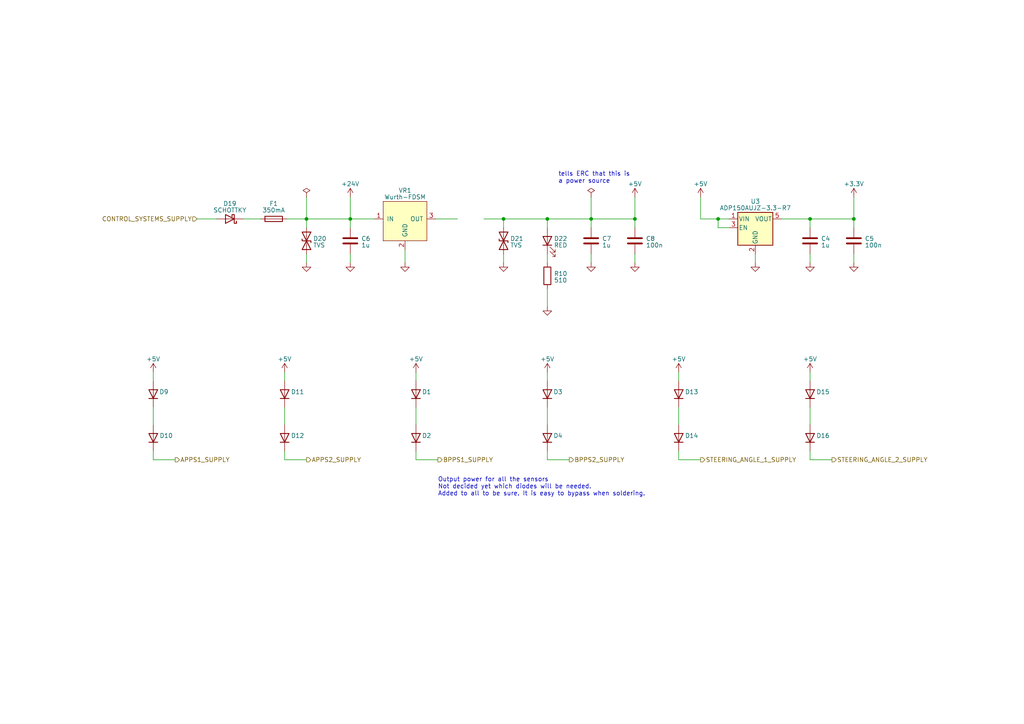
<source format=kicad_sch>
(kicad_sch (version 20230121) (generator eeschema)
  (paper "A4")
  (title_block (title "DRIVER CONTROL UNIT (DCU)") (rev "2.0") (company "KTH FORMULA STUDENT") (comment 1 "DeV17") (comment 2 "JOACHIM LARSSON") (comment 3 "JOACLA@KTH.SE"))
  (lib_symbols
    (symbol "Device:C" (pin_numbers hide) (pin_names (offset 0.254))
      (property "Reference" "C" (at 0.635 2.54 0))
      (property "Value" "C" (at 0.635 -2.54 0))
      (symbol "C_0_1"
        (polyline (pts (xy -2.032 -0.762) (xy 2.032 -0.762)) (stroke (width 0.508)))
        (polyline (pts (xy -2.032 0.762) (xy 2.032 0.762)) (stroke (width 0.508)))
      )
      (symbol "C_1_1"
        (pin passive line (at 0 3.81 270) (length 2.794) (name "~") (number "1"))
        (pin passive line (at 0 -3.81 90) (length 2.794) (name "~") (number "2"))
      )
    )
    (symbol "Device:D" (pin_numbers hide) (pin_names (offset 1.016) hide)
      (property "Reference" "D" (at 0 2.54 0))
      (property "Value" "D" (at 0 -2.54 0))
      (symbol "D_0_1"
        (polyline (pts (xy -1.27 1.27) (xy -1.27 -1.27)) (stroke (width 0.254)))
        (polyline (pts (xy 1.27 0) (xy -1.27 0)))
        (polyline (pts (xy 1.27 1.27) (xy 1.27 -1.27) (xy -1.27 0) (xy 1.27 1.27)) (stroke (width 0.254)))
      )
      (symbol "D_1_1"
        (pin passive line (at -3.81 0 0) (length 2.54) (name "K") (number "1"))
        (pin passive line (at 3.81 0 180) (length 2.54) (name "A") (number "2"))
      )
    )
    (symbol "Device:D_Schottky" (pin_numbers hide) (pin_names (offset 1.016) hide)
      (property "Reference" "D" (at 0 2.54 0))
      (property "Value" "D_Schottky" (at 0 -2.54 0))
      (symbol "D_Schottky_0_1"
        (polyline (pts (xy 1.27 0) (xy -1.27 0)))
        (polyline (pts (xy 1.27 1.27) (xy 1.27 -1.27) (xy -1.27 0) (xy 1.27 1.27)) (stroke (width 0.254)))
        (polyline (pts (xy -1.905 0.635) (xy -1.905 1.27) (xy -1.27 1.27) (xy -1.27 -1.27) (xy -0.635 -1.27) (xy -0.635 -0.635)) (stroke (width 0.254)))
      )
      (symbol "D_Schottky_1_1"
        (pin passive line (at -3.81 0 0) (length 2.54) (name "K") (number "1"))
        (pin passive line (at 3.81 0 180) (length 2.54) (name "A") (number "2"))
      )
    )
    (symbol "Device:D_TVS" (pin_numbers hide) (pin_names (offset 1.016) hide)
      (property "Reference" "D" (at 0 2.54 0))
      (property "Value" "D_TVS" (at 0 -2.54 0))
      (symbol "D_TVS_0_1"
        (polyline (pts (xy 1.27 0) (xy -1.27 0)))
        (polyline (pts (xy 0.508 1.27) (xy 0 1.27) (xy 0 -1.27) (xy -0.508 -1.27)) (stroke (width 0.254)))
        (polyline (pts (xy -2.54 1.27) (xy -2.54 -1.27) (xy 2.54 1.27) (xy 2.54 -1.27) (xy -2.54 1.27)) (stroke (width 0.254)))
      )
      (symbol "D_TVS_1_1"
        (pin passive line (at -3.81 0 0) (length 2.54) (name "A1") (number "1"))
        (pin passive line (at 3.81 0 180) (length 2.54) (name "A2") (number "2"))
      )
    )
    (symbol "Device:Fuse" (pin_numbers hide) (pin_names (offset 0))
      (property "Reference" "F" (at 2.032 0 90))
      (property "Value" "Fuse" (at -1.905 0 90))
      (symbol "Fuse_0_1"
        (rectangle (start -0.762 -2.54) (end 0.762 2.54) (stroke (width 0.254)))
        (polyline (pts (xy 0 2.54) (xy 0 -2.54)))
      )
      (symbol "Fuse_1_1"
        (pin passive line (at 0 3.81 270) (length 1.27) (name "~") (number "1"))
        (pin passive line (at 0 -3.81 90) (length 1.27) (name "~") (number "2"))
      )
    )
    (symbol "Device:LED" (pin_numbers hide) (pin_names (offset 1.016) hide)
      (property "Reference" "D" (at 0 2.54 0))
      (property "Value" "LED" (at 0 -2.54 0))
      (symbol "LED_0_1"
        (polyline (pts (xy -1.27 -1.27) (xy -1.27 1.27)) (stroke (width 0.254)))
        (polyline (pts (xy -1.27 0) (xy 1.27 0)))
        (polyline (pts (xy 1.27 -1.27) (xy 1.27 1.27) (xy -1.27 0) (xy 1.27 -1.27)) (stroke (width 0.254)))
        (polyline (pts (xy -3.048 -0.762) (xy -4.572 -2.286) (xy -3.81 -2.286) (xy -4.572 -2.286) (xy -4.572 -1.524)))
        (polyline (pts (xy -1.778 -0.762) (xy -3.302 -2.286) (xy -2.54 -2.286) (xy -3.302 -2.286) (xy -3.302 -1.524)))
      )
      (symbol "LED_1_1"
        (pin passive line (at -3.81 0 0) (length 2.54) (name "K") (number "1"))
        (pin passive line (at 3.81 0 180) (length 2.54) (name "A") (number "2"))
      )
    )
    (symbol "Device:R" (pin_numbers hide) (pin_names (offset 0))
      (property "Reference" "R" (at 2.032 0 90))
      (property "Value" "R" (at 0 0 90))
      (symbol "R_0_1"
        (rectangle (start -1.016 -2.54) (end 1.016 2.54) (stroke (width 0.254)))
      )
      (symbol "R_1_1"
        (pin passive line (at 0 3.81 270) (length 1.27) (name "~") (number "1"))
        (pin passive line (at 0 -3.81 90) (length 1.27) (name "~") (number "2"))
      )
    )
    (symbol "KTHFS:ADP150AUJZ-3.3-R7" (pin_names (offset 0.254))
      (property "Reference" "U" (at -3.81 5.715 0))
      (property "Value" "ADP150AUJZ-3.3-R7" (at 0 5.715 0))
      (symbol "ADP150AUJZ-3.3-R7_0_1"
        (rectangle (start -5.08 4.445) (end 5.08 -5.08) (stroke (width 0.254)) (fill (type background)))
      )
      (symbol "ADP150AUJZ-3.3-R7_1_1"
        (pin power_in line (at -7.62 2.54 0) (length 2.54) (name "VIN") (number "1"))
        (pin power_in line (at 0 -7.62 90) (length 2.54) (name "GND") (number "2"))
        (pin input line (at -7.62 0 0) (length 2.54) (name "EN") (number "3"))
        (pin no_connect line (at 7.62 0 180) (length 2.54) hide (name "NC") (number "4"))
        (pin power_out line (at 7.62 2.54 180) (length 2.54) (name "VOUT") (number "5"))
      )
    )
    (symbol "KTHFS:Wurth-FDSM" (pin_names (offset 1.016))
      (property "Reference" "VR" (at -5.08 6.35 0))
      (property "Value" "Wurth-FDSM" (at 0 3.81 0))
      (symbol "Wurth-FDSM_0_1"
        (rectangle (start 6.35 5.08) (end -6.35 -6.35) (fill (type background)))
      )
      (symbol "Wurth-FDSM_1_1"
        (pin power_in line (at -8.89 0 0) (length 2.54) (name "IN") (number "1"))
        (pin power_in line (at 0 -8.89 90) (length 2.54) (name "GND") (number "2"))
        (pin power_out line (at 8.89 0 180) (length 2.54) (name "OUT") (number "3"))
      )
    )
    (symbol "power:+24V" (power) (pin_names (offset 0))
      (property "Value" "+24V" (at 0 3.556 0))
      (symbol "+24V_0_1"
        (polyline (pts (xy -0.762 1.27) (xy 0 2.54)))
        (polyline (pts (xy 0 0) (xy 0 2.54)))
        (polyline (pts (xy 0 2.54) (xy 0.762 1.27)))
      )
      (symbol "+24V_1_1"
        (pin power_in line (at 0 0 90) (length 0) hide (name "+24V") (number "1"))
      )
    )
    (symbol "power:+3.3V" (power) (pin_names (offset 0))
      (property "Value" "+3.3V" (at 0 3.556 0))
      (symbol "+3.3V_0_1"
        (polyline (pts (xy -0.762 1.27) (xy 0 2.54)))
        (polyline (pts (xy 0 0) (xy 0 2.54)))
        (polyline (pts (xy 0 2.54) (xy 0.762 1.27)))
      )
      (symbol "+3.3V_1_1"
        (pin power_in line (at 0 0 90) (length 0) hide (name "+3.3V") (number "1"))
      )
    )
    (symbol "power:+5V" (power) (pin_names (offset 0))
      (property "Value" "+5V" (at 0 3.556 0))
      (symbol "+5V_0_1"
        (polyline (pts (xy -0.762 1.27) (xy 0 2.54)))
        (polyline (pts (xy 0 0) (xy 0 2.54)))
        (polyline (pts (xy 0 2.54) (xy 0.762 1.27)))
      )
      (symbol "+5V_1_1"
        (pin power_in line (at 0 0 90) (length 0) hide (name "+5V") (number "1"))
      )
    )
    (symbol "power:GND" (power) (pin_names (offset 0))
      (property "Value" "GND" (at 0 -3.81 0))
      (symbol "GND_0_1"
        (polyline (pts (xy 0 0) (xy 0 -1.27) (xy 1.27 -1.27) (xy 0 -2.54) (xy -1.27 -1.27) (xy 0 -1.27)))
      )
      (symbol "GND_1_1"
        (pin power_in line (at 0 0 270) (length 0) hide (name "GND") (number "1"))
      )
    )
    (symbol "power:PWR_FLAG" (power) (pin_numbers hide) (pin_names (offset 0) hide)
      (property "Value" "PWR_FLAG" (at 0 3.81 0))
      (symbol "PWR_FLAG_0_0"
        (pin power_out line (at 0 0 90) (length 0) (name "pwr") (number "1"))
      )
      (symbol "PWR_FLAG_0_1"
        (polyline (pts (xy 0 0) (xy 0 1.27) (xy -1.016 1.905) (xy 0 2.54) (xy 1.016 1.905) (xy 0 1.27)))
      )
    )
  )
  (junction (at 184.15 63.5))
  (junction (at 88.9 63.5))
  (junction (at 101.6 63.5))
  (junction (at 171.45 63.5))
  (junction (at 247.65 63.5))
  (junction (at 158.75 63.5))
  (junction (at 234.95 63.5))
  (junction (at 146.05 63.5))
  (junction (at 208.28 63.5))
  (wire (pts (xy 117.475 76.2) (xy 117.475 72.39)))
  (wire (pts (xy 234.95 110.49) (xy 234.95 107.95)))
  (wire (pts (xy 120.65 107.95) (xy 120.65 110.49)))
  (wire (pts (xy 234.95 123.19) (xy 234.95 118.11)))
  (wire (pts (xy 62.865 63.5) (xy 57.15 63.5)))
  (wire (pts (xy 208.28 63.5) (xy 208.28 66.04)))
  (wire (pts (xy 234.95 63.5) (xy 234.95 66.04)))
  (wire (pts (xy 101.6 73.66) (xy 101.6 76.2)))
  (wire (pts (xy 196.85 110.49) (xy 196.85 107.95)))
  (wire (pts (xy 158.75 133.35) (xy 165.1 133.35)))
  (wire (pts (xy 158.75 63.5) (xy 171.45 63.5)))
  (wire (pts (xy 247.65 63.5) (xy 247.65 66.04)))
  (wire (pts (xy 196.85 133.35) (xy 196.85 130.81)))
  (wire (pts (xy 140.335 63.5) (xy 146.05 63.5)))
  (wire (pts (xy 247.65 57.15) (xy 247.65 63.5)))
  (wire (pts (xy 171.45 66.04) (xy 171.45 63.5)))
  (wire (pts (xy 171.45 57.15) (xy 171.45 63.5)))
  (wire (pts (xy 101.6 63.5) (xy 101.6 66.04)))
  (wire (pts (xy 203.2 63.5) (xy 208.28 63.5)))
  (wire (pts (xy 146.05 63.5) (xy 146.05 66.04)))
  (wire (pts (xy 158.75 73.66) (xy 158.75 76.2)))
  (wire (pts (xy 88.9 57.15) (xy 88.9 63.5)))
  (wire (pts (xy 226.695 63.5) (xy 234.95 63.5)))
  (wire (pts (xy 82.55 133.35) (xy 82.55 130.81)))
  (wire (pts (xy 108.585 63.5) (xy 101.6 63.5)))
  (wire (pts (xy 196.85 123.19) (xy 196.85 118.11)))
  (wire (pts (xy 203.2 57.15) (xy 203.2 63.5)))
  (wire (pts (xy 184.15 63.5) (xy 171.45 63.5)))
  (wire (pts (xy 88.9 66.04) (xy 88.9 63.5)))
  (wire (pts (xy 44.45 123.19) (xy 44.45 118.11)))
  (wire (pts (xy 208.28 63.5) (xy 211.455 63.5)))
  (wire (pts (xy 158.75 123.19) (xy 158.75 118.11)))
  (wire (pts (xy 44.45 110.49) (xy 44.45 107.95)))
  (wire (pts (xy 208.28 66.04) (xy 211.455 66.04)))
  (wire (pts (xy 127 133.35) (xy 120.65 133.35)))
  (wire (pts (xy 219.075 76.2) (xy 219.075 73.66)))
  (wire (pts (xy 203.2 133.35) (xy 196.85 133.35)))
  (wire (pts (xy 83.185 63.5) (xy 88.9 63.5)))
  (wire (pts (xy 82.55 110.49) (xy 82.55 107.95)))
  (wire (pts (xy 234.95 76.2) (xy 234.95 73.66)))
  (wire (pts (xy 44.45 133.35) (xy 44.45 130.81)))
  (wire (pts (xy 50.8 133.35) (xy 44.45 133.35)))
  (wire (pts (xy 88.9 76.2) (xy 88.9 73.66)))
  (wire (pts (xy 132.715 63.5) (xy 126.365 63.5)))
  (wire (pts (xy 171.45 76.2) (xy 171.45 73.66)))
  (wire (pts (xy 158.75 110.49) (xy 158.75 107.95)))
  (wire (pts (xy 88.9 133.35) (xy 82.55 133.35)))
  (wire (pts (xy 234.95 63.5) (xy 247.65 63.5)))
  (wire (pts (xy 146.05 76.2) (xy 146.05 73.66)))
  (wire (pts (xy 158.75 88.9) (xy 158.75 83.82)))
  (wire (pts (xy 184.15 76.2) (xy 184.15 73.66)))
  (wire (pts (xy 184.15 57.15) (xy 184.15 63.5)))
  (wire (pts (xy 158.75 66.04) (xy 158.75 63.5)))
  (wire (pts (xy 247.65 76.2) (xy 247.65 73.66)))
  (wire (pts (xy 101.6 63.5) (xy 101.6 57.15)))
  (wire (pts (xy 158.75 63.5) (xy 146.05 63.5)))
  (wire (pts (xy 234.95 133.35) (xy 234.95 130.81)))
  (wire (pts (xy 82.55 123.19) (xy 82.55 118.11)))
  (wire (pts (xy 241.3 133.35) (xy 234.95 133.35)))
  (wire (pts (xy 75.565 63.5) (xy 70.485 63.5)))
  (wire (pts (xy 88.9 63.5) (xy 101.6 63.5)))
  (wire (pts (xy 184.15 63.5) (xy 184.15 66.04)))
  (wire (pts (xy 158.75 133.35) (xy 158.75 130.81)))
  (wire (pts (xy 120.65 118.11) (xy 120.65 123.19)))
  (wire (pts (xy 120.65 133.35) (xy 120.65 130.81)))
  (text "Output power for all the sensors \nNot decided yet which diodes will be needed.\nAdded to all to be sure. It is easy to bypass when soldering.\n\n" (at 127 146.05 0) (effects (font (size 1.27 1.27)) (justify left bottom)))
  (text "tells ERC that this is\na power source" (at 161.925 53.34 0) (effects (font (size 1.27 1.27)) (justify left bottom)))
  (hierarchical_label "APPS1_SUPPLY" (shape output) (at 50.8 133.35 0))
  (hierarchical_label "STEERING_ANGLE_2_SUPPLY" (shape output) (at 241.3 133.35 0))
  (hierarchical_label "BPPS1_SUPPLY" (shape output) (at 127 133.35 0))
  (hierarchical_label "STEERING_ANGLE_1_SUPPLY" (shape output) (at 203.2 133.35 0))
  (hierarchical_label "APPS2_SUPPLY" (shape output) (at 88.9 133.35 0))
  (hierarchical_label "BPPS2_SUPPLY" (shape output) (at 165.1 133.35 0))
  (hierarchical_label "CONTROL_SYSTEMS_SUPPLY" (shape input) (at 57.15 63.5 180))
  (symbol (lib_id "KTHFS:Wurth-FDSM") (at 117.475 63.5 0) (unit 1)
    (property "Reference" "VR1" (at 117.475 55.245 0))
    (property "Value" "Wurth-FDSM" (at 117.475 57.15 0))
    (property "Footprint" "KTHFS:Wurth-FDSM" (effects hide))
    (property "Datasheet" "https://katalog.we-online.de/pm/datasheet/173010578.pdf" (effects hide))
  )
  (symbol (lib_id "Device:Fuse") (at 79.375 63.5 270) (unit 1)
    (property "Reference" "F1" (at 79.375 59.055 90))
    (property "Value" "350mA" (at 79.375 60.96 90))
    (property "Footprint" "Fuse:Fuse_0805_2012Metric" (effects hide))
  )
  (symbol (lib_id "Device:D_Schottky") (at 66.675 63.5 180) (unit 1)
    (property "Reference" "D19" (at 66.675 59.055 0))
    (property "Value" "SCHOTTKY" (at 66.675 60.96 0))
    (property "Footprint" "Diode_SMD:D_SOD-323" (effects hide))
  )
  (symbol (lib_id "Device:D_TVS") (at 88.9 69.85 270) (unit 1)
    (property "Reference" "D20" (at 90.805 69.215 90) (effects (justify left)))
    (property "Value" "TVS" (at 90.805 71.12 90) (effects (justify left)))
    (property "Footprint" "Diode_SMD:D_SOD-323" (effects hide))
  )
  (symbol (lib_id "Device:C") (at 101.6 69.85 0) (unit 1)
    (property "Reference" "C6" (at 104.775 69.215 0) (effects (justify left)))
    (property "Value" "1u" (at 104.775 71.12 0) (effects (justify left)))
    (property "Footprint" "Capacitor_SMD:C_0603_1608Metric" (effects hide))
  )
  (symbol (lib_id "power:GND") (at 117.475 76.2 0) (unit 1)
    (property "Reference" "#PWR045" (effects hide))
    (property "Value" "GND" (effects hide))
  )
  (symbol (lib_id "power:GND") (at 88.9 76.2 0) (unit 1)
    (property "Reference" "#PWR042" (effects hide))
    (property "Value" "GND" (effects hide))
  )
  (symbol (lib_id "Device:D_TVS") (at 146.05 69.85 270) (unit 1)
    (property "Reference" "D21" (at 147.955 69.215 90) (effects (justify left)))
    (property "Value" "TVS" (at 147.955 71.12 90) (effects (justify left)))
    (property "Footprint" "Diode_SMD:D_SOD-323" (effects hide))
  )
  (symbol (lib_id "Device:C") (at 171.45 69.85 0) (unit 1)
    (property "Reference" "C7" (at 174.625 69.215 0) (effects (justify left)))
    (property "Value" "1u" (at 174.625 71.12 0) (effects (justify left)))
    (property "Footprint" "Capacitor_SMD:C_0603_1608Metric" (effects hide))
  )
  (symbol (lib_id "power:+24V") (at 101.6 57.15 0) (unit 1)
    (property "Reference" "#PWR043" (effects hide))
    (property "Value" "+24V" (at 101.6 53.34 0))
  )
  (symbol (lib_id "power:+5V") (at 184.15 57.15 0) (unit 1)
    (property "Reference" "#PWR049" (effects hide))
    (property "Value" "+5V" (at 184.15 53.34 0))
  )
  (symbol (lib_id "Device:C") (at 184.15 69.85 0) (unit 1)
    (property "Reference" "C8" (at 187.325 69.215 0) (effects (justify left)))
    (property "Value" "100n" (at 187.325 71.12 0) (effects (justify left)))
    (property "Footprint" "Capacitor_SMD:C_0603_1608Metric" (effects hide))
  )
  (symbol (lib_id "power:GND") (at 146.05 76.2 0) (unit 1)
    (property "Reference" "#PWR046" (effects hide))
    (property "Value" "GND" (effects hide))
  )
  (symbol (lib_id "power:GND") (at 171.45 76.2 0) (unit 1)
    (property "Reference" "#PWR048" (effects hide))
    (property "Value" "GND" (effects hide))
  )
  (symbol (lib_id "power:GND") (at 184.15 76.2 0) (unit 1)
    (property "Reference" "#PWR050" (effects hide))
    (property "Value" "GND" (effects hide))
  )
  (symbol (lib_id "power:PWR_FLAG") (at 171.45 57.15 0) (unit 1)
    (property "Reference" "#FLG03" (effects hide))
    (property "Value" "PWR_FLAG" (effects hide))
  )
  (symbol (lib_id "Device:LED") (at 158.75 69.85 90) (unit 1)
    (property "Reference" "D22" (at 160.655 69.215 90) (effects (justify right)))
    (property "Value" "RED" (at 160.655 71.12 90) (effects (justify right)))
    (property "Footprint" "LED_SMD:LED_0603_1608Metric" (effects hide))
  )
  (symbol (lib_id "Device:R") (at 158.75 80.01 0) (unit 1)
    (property "Reference" "R10" (at 160.655 79.375 0) (effects (justify left)))
    (property "Value" "510" (at 160.655 81.28 0) (effects (justify left)))
    (property "Footprint" "Resistor_SMD:R_0603_1608Metric" (effects hide))
  )
  (symbol (lib_id "Device:Ferrite_Bead") (at 136.525 63.5 270) (unit 1)
    (property "Reference" "FB1" (at 136.525 57.15 90))
    (property "Value" "FERRITE" (at 136.525 59.055 90))
    (property "Footprint" "Diode_SMD:D_0805_2012Metric" (effects hide))
  )
  (symbol (lib_id "power:GND") (at 158.75 88.9 0) (unit 1)
    (property "Reference" "#PWR047" (effects hide))
    (property "Value" "GND" (effects hide))
  )
  (symbol (lib_id "KTHFS:ADP150AUJZ-3.3-R7") (at 219.075 66.04 0) (unit 1)
    (property "Reference" "U3" (at 219.075 58.42 0))
    (property "Value" "ADP150AUJZ-3.3-R7" (at 219.075 60.325 0))
    (property "Footprint" "Package_TO_SOT_SMD:SOT-23-5" (effects hide))
    (property "Datasheet" "https://www.analog.com/media/en/technical-documentation/data-sheets/ADP150.pdf" (effects hide))
  )
  (symbol (lib_id "power:+5V") (at 203.2 57.15 0) (unit 1)
    (property "Reference" "#PWR037" (effects hide))
    (property "Value" "+5V" (at 203.2 53.34 0))
  )
  (symbol (lib_id "power:+3.3V") (at 247.65 57.15 0) (unit 1)
    (property "Reference" "#PWR040" (effects hide))
    (property "Value" "+3.3V" (at 247.65 53.34 0))
  )
  (symbol (lib_id "Device:C") (at 247.65 69.85 0) (unit 1)
    (property "Reference" "C5" (at 250.825 69.215 0) (effects (justify left)))
    (property "Value" "100n" (at 250.825 71.12 0) (effects (justify left)))
    (property "Footprint" "Capacitor_SMD:C_0603_1608Metric" (effects hide))
  )
  (symbol (lib_id "power:GND") (at 247.65 76.2 0) (unit 1)
    (property "Reference" "#PWR041" (effects hide))
    (property "Value" "GND" (effects hide))
  )
  (symbol (lib_id "Device:C") (at 234.95 69.85 0) (unit 1)
    (property "Reference" "C4" (at 238.125 69.215 0) (effects (justify left)))
    (property "Value" "1u" (at 238.125 71.12 0) (effects (justify left)))
    (property "Footprint" "Capacitor_SMD:C_0603_1608Metric" (effects hide))
  )
  (symbol (lib_id "power:GND") (at 234.95 76.2 0) (unit 1)
    (property "Reference" "#PWR039" (effects hide))
    (property "Value" "GND" (effects hide))
  )
  (symbol (lib_id "power:PWR_FLAG") (at 88.9 57.15 0) (unit 1)
    (property "Reference" "#FLG02" (effects hide))
    (property "Value" "PWR_FLAG" (effects hide))
  )
  (symbol (lib_id "power:GND") (at 101.6 76.2 0) (unit 1)
    (property "Reference" "#PWR0158" (effects hide))
    (property "Value" "GND" (effects hide))
  )
  (symbol (lib_id "power:GND") (at 219.075 76.2 0) (unit 1)
    (property "Reference" "#PWR0159" (effects hide))
    (property "Value" "GND" (effects hide))
  )
  (symbol (lib_id "Device:D") (at 82.55 127 270) (mirror x) (unit 1)
    (property "Reference" "D12" (at 88.265 126.365 90) (effects (justify right)))
    (property "Value" "D" (effects hide))
    (property "Footprint" "Diode_SMD:D_SOD-323" (effects hide))
    (instances (project "DCU" (path "" (reference "D12") (unit 1)) (path "" (reference "D?") (unit 1))))
  )
  (symbol (lib_id "Device:D") (at 82.55 114.3 270) (mirror x) (unit 1)
    (property "Reference" "D11" (at 88.265 113.665 90) (effects (justify right)))
    (property "Value" "D" (effects hide))
    (property "Footprint" "Diode_SMD:D_SOD-323" (effects hide))
    (instances (project "DCU" (path "" (reference "D11") (unit 1)) (path "" (reference "D?") (unit 1))))
  )
  (symbol (lib_id "Device:D") (at 158.75 127 270) (mirror x) (unit 1)
    (property "Reference" "D4" (at 163.195 126.365 90) (effects (justify right)))
    (property "Value" "D" (effects hide))
    (property "Footprint" "Diode_SMD:D_SOD-323" (effects hide))
    (instances (project "DCU" (path "" (reference "D4") (unit 1)) (path "" (reference "D?") (unit 1))))
  )
  (symbol (lib_id "Device:D") (at 158.75 114.3 270) (mirror x) (unit 1)
    (property "Reference" "D3" (at 163.195 113.665 90) (effects (justify right)))
    (property "Value" "D" (effects hide))
    (property "Footprint" "Diode_SMD:D_SOD-323" (effects hide))
    (instances (project "DCU" (path "" (reference "D3") (unit 1)) (path "" (reference "D?") (unit 1))))
  )
  (symbol (lib_id "Device:D") (at 44.45 127 270) (mirror x) (unit 1)
    (property "Reference" "D10" (at 50.165 126.365 90) (effects (justify right)))
    (property "Value" "D" (effects hide))
    (property "Footprint" "Diode_SMD:D_SOD-323" (effects hide))
    (instances (project "DCU" (path "" (reference "D10") (unit 1)) (path "" (reference "D?") (unit 1))))
  )
  (symbol (lib_id "Device:D") (at 44.45 114.3 270) (mirror x) (unit 1)
    (property "Reference" "D9" (at 48.895 113.665 90) (effects (justify right)))
    (property "Value" "D" (effects hide))
    (property "Footprint" "Diode_SMD:D_SOD-323" (effects hide))
    (instances (project "DCU" (path "" (reference "D9") (unit 1)) (path "" (reference "D?") (unit 1))))
  )
  (symbol (lib_id "Device:D") (at 120.65 127 270) (mirror x) (unit 1)
    (property "Reference" "D2" (at 125.095 126.365 90) (effects (justify right)))
    (property "Value" "D" (effects hide))
    (property "Footprint" "Diode_SMD:D_SOD-323" (effects hide))
    (instances (project "DCU" (path "" (reference "D2") (unit 1)) (path "" (reference "D?") (unit 1))))
  )
  (symbol (lib_id "Device:D") (at 120.65 114.3 270) (mirror x) (unit 1)
    (property "Reference" "D1" (at 125.095 113.665 90) (effects (justify right)))
    (property "Value" "D" (effects hide))
    (property "Footprint" "Diode_SMD:D_SOD-323" (effects hide))
    (instances (project "DCU" (path "" (reference "D1") (unit 1)) (path "" (reference "D?") (unit 1))))
  )
  (symbol (lib_id "power:+5V") (at 120.65 107.95 0) (mirror y) (unit 1)
    (property "Reference" "#PWR0160" (effects hide))
    (property "Value" "+5V" (at 120.65 104.14 0))
    (instances (project "DCU" (path "" (reference "#PWR0160") (unit 1)) (path "" (reference "#PWR?") (unit 1))))
  )
  (symbol (lib_id "Device:D") (at 234.95 127 270) (mirror x) (unit 1)
    (property "Reference" "D16" (at 240.665 126.365 90) (effects (justify right)))
    (property "Value" "D" (effects hide))
    (property "Footprint" "Diode_SMD:D_SOD-323" (effects hide))
    (instances (project "DCU" (path "" (reference "D16") (unit 1)) (path "" (reference "D?") (unit 1))))
  )
  (symbol (lib_id "Device:D") (at 234.95 114.3 270) (mirror x) (unit 1)
    (property "Reference" "D15" (at 240.665 113.665 90) (effects (justify right)))
    (property "Value" "D" (effects hide))
    (property "Footprint" "Diode_SMD:D_SOD-323" (effects hide))
    (instances (project "DCU" (path "" (reference "D15") (unit 1)) (path "" (reference "D?") (unit 1))))
  )
  (symbol (lib_id "Device:D") (at 196.85 127 270) (mirror x) (unit 1)
    (property "Reference" "D14" (at 202.565 126.365 90) (effects (justify right)))
    (property "Value" "D" (effects hide))
    (property "Footprint" "Diode_SMD:D_SOD-323" (effects hide))
    (instances (project "DCU" (path "" (reference "D14") (unit 1)) (path "" (reference "D?") (unit 1))))
  )
  (symbol (lib_id "Device:D") (at 196.85 114.3 270) (mirror x) (unit 1)
    (property "Reference" "D13" (at 202.565 113.665 90) (effects (justify right)))
    (property "Value" "D" (effects hide))
    (property "Footprint" "Diode_SMD:D_SOD-323" (effects hide))
    (instances (project "DCU" (path "" (reference "D13") (unit 1)) (path "" (reference "D?") (unit 1))))
  )
  (symbol (lib_id "power:+5V") (at 44.45 107.95 0) (mirror y) (unit 1)
    (property "Reference" "#PWR0161" (effects hide))
    (property "Value" "+5V" (at 44.45 104.14 0))
    (instances (project "DCU" (path "" (reference "#PWR0161") (unit 1)) (path "" (reference "#PWR?") (unit 1))))
  )
  (symbol (lib_id "power:+5V") (at 158.75 107.95 0) (mirror y) (unit 1)
    (property "Reference" "#PWR0162" (effects hide))
    (property "Value" "+5V" (at 158.75 104.14 0))
    (instances (project "DCU" (path "" (reference "#PWR0162") (unit 1)) (path "" (reference "#PWR?") (unit 1))))
  )
  (symbol (lib_id "power:+5V") (at 82.55 107.95 0) (mirror y) (unit 1)
    (property "Reference" "#PWR0163" (effects hide))
    (property "Value" "+5V" (at 82.55 104.14 0))
    (instances (project "DCU" (path "" (reference "#PWR0163") (unit 1)) (path "" (reference "#PWR?") (unit 1))))
  )
  (symbol (lib_id "power:+5V") (at 234.95 107.95 0) (mirror y) (unit 1)
    (property "Reference" "#PWR0164" (effects hide))
    (property "Value" "+5V" (at 234.95 104.14 0))
    (instances (project "DCU" (path "" (reference "#PWR0164") (unit 1)) (path "" (reference "#PWR?") (unit 1))))
  )
  (symbol (lib_id "power:+5V") (at 196.85 107.95 0) (mirror y) (unit 1)
    (property "Reference" "#PWR0165" (effects hide))
    (property "Value" "+5V" (at 196.85 104.14 0))
    (instances (project "DCU" (path "" (reference "#PWR0165") (unit 1)) (path "" (reference "#PWR?") (unit 1))))
  )
)
</source>
